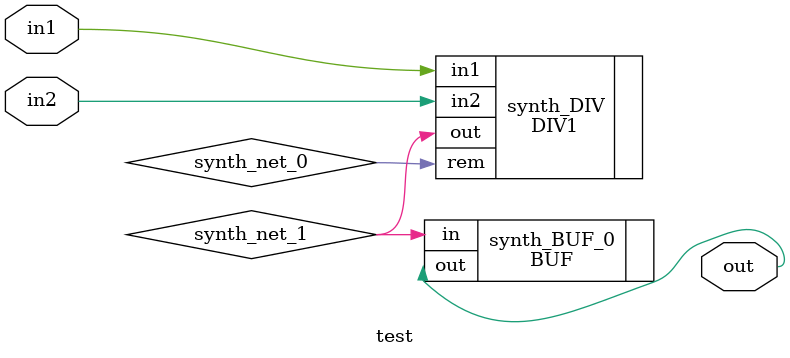
<source format=v>
module test(in1, in2, out);
input in1;
input in2;
output out;

wire  synth_net_0;
wire  synth_net_1;
BUF synth_BUF_0(.in(synth_net_1), .out(out
    ));
DIV1 synth_DIV(.in1(in1), .in2(in2), .rem(synth_net_0), .out(synth_net_1
    ));
endmodule


</source>
